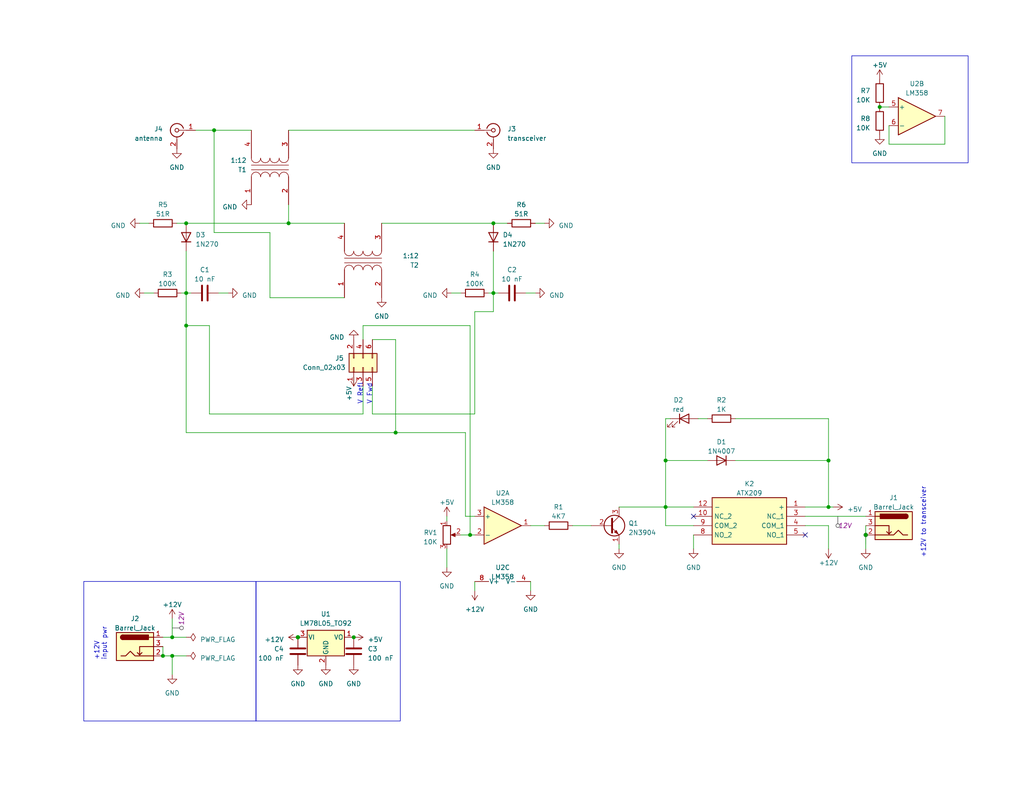
<source format=kicad_sch>
(kicad_sch (version 20230121) (generator eeschema)
  (paper "USLetter")
  (title_block (title "SWR Protector WA7GIL") (date "2023-05-27") (rev "v1.2"))
  (lib_symbols
    (symbol "ATX209:ATX209"
      (property "Reference" "K" (at 26.67 7.62 0))
      (property "Value" "ATX209" (at 26.67 5.08 0))
      (symbol "ATX209_1_1"
        (rectangle (start 5.08 2.54) (end 25.4 -10.16) (stroke (width 0.254)) (fill (type background)))
        (pin passive line (at 0 0 0) (length 5.08) (name "+") (number "1"))
        (pin passive line (at 30.48 -2.54 180) (length 5.08) (name "NC_2") (number "10"))
        (pin passive line (at 30.48 0 180) (length 5.08) (name "-") (number "12"))
        (pin passive line (at 0 -2.54 0) (length 5.08) (name "NC_1") (number "3"))
        (pin passive line (at 0 -5.08 0) (length 5.08) (name "COM_1") (number "4"))
        (pin passive line (at 0 -7.62 0) (length 5.08) (name "NO_1") (number "5"))
        (pin passive line (at 30.48 -7.62 180) (length 5.08) (name "NO_2") (number "8"))
        (pin passive line (at 30.48 -5.08 180) (length 5.08) (name "COM_2") (number "9"))
      )
    )
    (symbol "Amplifier_Operational:LM358" (pin_names (offset 0.127))
      (property "Reference" "U" (at 0 5.08 0))
      (property "Value" "LM358" (at 0 -5.08 0))
      (symbol "LM358_1_1"
        (polyline (pts (xy -5.08 5.08) (xy 5.08 0) (xy -5.08 -5.08) (xy -5.08 5.08)) (stroke (width 0.254)) (fill (type background)))
        (pin output line (at 7.62 0 180) (length 2.54) (name "~") (number "1"))
        (pin input line (at -7.62 -2.54 0) (length 2.54) (name "-") (number "2"))
        (pin input line (at -7.62 2.54 0) (length 2.54) (name "+") (number "3"))
      )
      (symbol "LM358_2_1"
        (polyline (pts (xy -5.08 5.08) (xy 5.08 0) (xy -5.08 -5.08) (xy -5.08 5.08)) (stroke (width 0.254)) (fill (type background)))
        (pin input line (at -7.62 2.54 0) (length 2.54) (name "+") (number "5"))
        (pin input line (at -7.62 -2.54 0) (length 2.54) (name "-") (number "6"))
        (pin output line (at 7.62 0 180) (length 2.54) (name "~") (number "7"))
      )
      (symbol "LM358_3_1"
        (pin power_in line (at -2.54 -7.62 90) (length 3.81) (name "V-") (number "4"))
        (pin power_in line (at -2.54 7.62 270) (length 3.81) (name "V+") (number "8"))
      )
    )
    (symbol "Connector:Barrel_Jack_Switch" (pin_names hide)
      (property "Reference" "J" (at 0 5.334 0))
      (property "Value" "Barrel_Jack_Switch" (at 0 -5.08 0))
      (symbol "Barrel_Jack_Switch_0_1"
        (rectangle (start -5.08 3.81) (end 5.08 -3.81) (stroke (width 0.254)) (fill (type background)))
        (arc (start -3.302 3.175) (mid -3.9343 2.54) (end -3.302 1.905) (stroke (width 0.254)))
        (arc (start -3.302 3.175) (mid -3.9343 2.54) (end -3.302 1.905) (stroke (width 0.254)) (fill (type outline)))
        (polyline (pts (xy 1.27 -2.286) (xy 1.905 -1.651)) (stroke (width 0.254)))
        (polyline (pts (xy 5.08 2.54) (xy 3.81 2.54)) (stroke (width 0.254)))
        (polyline (pts (xy 5.08 0) (xy 1.27 0) (xy 1.27 -2.286) (xy 0.635 -1.651)) (stroke (width 0.254)))
        (polyline (pts (xy -3.81 -2.54) (xy -2.54 -2.54) (xy -1.27 -1.27) (xy 0 -2.54) (xy 2.54 -2.54) (xy 5.08 -2.54)) (stroke (width 0.254)))
        (rectangle (start 3.683 3.175) (end -3.302 1.905) (stroke (width 0.254)) (fill (type outline)))
      )
      (symbol "Barrel_Jack_Switch_1_1"
        (pin passive line (at 7.62 2.54 180) (length 2.54) (name "~") (number "1"))
        (pin passive line (at 7.62 -2.54 180) (length 2.54) (name "~") (number "2"))
        (pin passive line (at 7.62 0 180) (length 2.54) (name "~") (number "3"))
      )
    )
    (symbol "Connector:Conn_Coaxial" (pin_names (offset 1.016) hide)
      (property "Reference" "J" (at 0.254 3.048 0))
      (property "Value" "Conn_Coaxial" (at 2.921 0 90))
      (symbol "Conn_Coaxial_0_1"
        (arc (start -1.778 -0.508) (mid 0.2311 -1.8066) (end 1.778 0) (stroke (width 0.254)))
        (polyline (pts (xy -2.54 0) (xy -0.508 0)))
        (polyline (pts (xy 0 -2.54) (xy 0 -1.778)))
        (circle (center 0 0) (radius 0.508) (stroke (width 0.2032)))
        (arc (start 1.778 0) (mid 0.2099 1.8101) (end -1.778 0.508) (stroke (width 0.254)))
      )
      (symbol "Conn_Coaxial_1_1"
        (pin passive line (at -5.08 0 0) (length 2.54) (name "In") (number "1"))
        (pin passive line (at 0 -5.08 90) (length 2.54) (name "Ext") (number "2"))
      )
    )
    (symbol "Connector_Generic:Conn_02x03_Odd_Even" (pin_names (offset 1.016) hide)
      (property "Reference" "J" (at 1.27 5.08 0))
      (property "Value" "Conn_02x03_Odd_Even" (at 1.27 -5.08 0))
      (symbol "Conn_02x03_Odd_Even_1_1"
        (rectangle (start -1.27 -2.413) (end 0 -2.667) (stroke (width 0.1524)))
        (rectangle (start -1.27 0.127) (end 0 -0.127) (stroke (width 0.1524)))
        (rectangle (start -1.27 2.667) (end 0 2.413) (stroke (width 0.1524)))
        (rectangle (start -1.27 3.81) (end 3.81 -3.81) (stroke (width 0.254)) (fill (type background)))
        (rectangle (start 3.81 -2.413) (end 2.54 -2.667) (stroke (width 0.1524)))
        (rectangle (start 3.81 0.127) (end 2.54 -0.127) (stroke (width 0.1524)))
        (rectangle (start 3.81 2.667) (end 2.54 2.413) (stroke (width 0.1524)))
        (pin passive line (at -5.08 2.54 0) (length 3.81) (name "Pin_1") (number "1"))
        (pin passive line (at 7.62 2.54 180) (length 3.81) (name "Pin_2") (number "2"))
        (pin passive line (at -5.08 0 0) (length 3.81) (name "Pin_3") (number "3"))
        (pin passive line (at 7.62 0 180) (length 3.81) (name "Pin_4") (number "4"))
        (pin passive line (at -5.08 -2.54 0) (length 3.81) (name "Pin_5") (number "5"))
        (pin passive line (at 7.62 -2.54 180) (length 3.81) (name "Pin_6") (number "6"))
      )
    )
    (symbol "Device:C" (pin_numbers hide) (pin_names (offset 0.254))
      (property "Reference" "C" (at 0.635 2.54 0))
      (property "Value" "C" (at 0.635 -2.54 0))
      (symbol "C_0_1"
        (polyline (pts (xy -2.032 -0.762) (xy 2.032 -0.762)) (stroke (width 0.508)))
        (polyline (pts (xy -2.032 0.762) (xy 2.032 0.762)) (stroke (width 0.508)))
      )
      (symbol "C_1_1"
        (pin passive line (at 0 3.81 270) (length 2.794) (name "~") (number "1"))
        (pin passive line (at 0 -3.81 90) (length 2.794) (name "~") (number "2"))
      )
    )
    (symbol "Device:D" (pin_numbers hide) (pin_names (offset 1.016) hide)
      (property "Reference" "D" (at 0 2.54 0))
      (property "Value" "D" (at 0 -2.54 0))
      (symbol "D_0_1"
        (polyline (pts (xy -1.27 1.27) (xy -1.27 -1.27)) (stroke (width 0.254)))
        (polyline (pts (xy 1.27 0) (xy -1.27 0)))
        (polyline (pts (xy 1.27 1.27) (xy 1.27 -1.27) (xy -1.27 0) (xy 1.27 1.27)) (stroke (width 0.254)))
      )
      (symbol "D_1_1"
        (pin passive line (at -3.81 0 0) (length 2.54) (name "K") (number "1"))
        (pin passive line (at 3.81 0 180) (length 2.54) (name "A") (number "2"))
      )
    )
    (symbol "Device:LED" (pin_numbers hide) (pin_names (offset 1.016) hide)
      (property "Reference" "D" (at 0 2.54 0))
      (property "Value" "LED" (at 0 -2.54 0))
      (symbol "LED_0_1"
        (polyline (pts (xy -1.27 -1.27) (xy -1.27 1.27)) (stroke (width 0.254)))
        (polyline (pts (xy -1.27 0) (xy 1.27 0)))
        (polyline (pts (xy 1.27 -1.27) (xy 1.27 1.27) (xy -1.27 0) (xy 1.27 -1.27)) (stroke (width 0.254)))
        (polyline (pts (xy -3.048 -0.762) (xy -4.572 -2.286) (xy -3.81 -2.286) (xy -4.572 -2.286) (xy -4.572 -1.524)))
        (polyline (pts (xy -1.778 -0.762) (xy -3.302 -2.286) (xy -2.54 -2.286) (xy -3.302 -2.286) (xy -3.302 -1.524)))
      )
      (symbol "LED_1_1"
        (pin passive line (at -3.81 0 0) (length 2.54) (name "K") (number "1"))
        (pin passive line (at 3.81 0 180) (length 2.54) (name "A") (number "2"))
      )
    )
    (symbol "Device:R" (pin_numbers hide) (pin_names (offset 0))
      (property "Reference" "R" (at 2.032 0 90))
      (property "Value" "R" (at 0 0 90))
      (symbol "R_0_1"
        (rectangle (start -1.016 -2.54) (end 1.016 2.54) (stroke (width 0.254)))
      )
      (symbol "R_1_1"
        (pin passive line (at 0 3.81 270) (length 1.27) (name "~") (number "1"))
        (pin passive line (at 0 -3.81 90) (length 1.27) (name "~") (number "2"))
      )
    )
    (symbol "Device:R_Potentiometer" (pin_names (offset 1.016) hide)
      (property "Reference" "RV" (at -4.445 0 90))
      (property "Value" "R_Potentiometer" (at -2.54 0 90))
      (symbol "R_Potentiometer_0_1"
        (polyline (pts (xy 2.54 0) (xy 1.524 0)))
        (polyline (pts (xy 1.143 0) (xy 2.286 0.508) (xy 2.286 -0.508) (xy 1.143 0)) (fill (type outline)))
        (rectangle (start 1.016 2.54) (end -1.016 -2.54) (stroke (width 0.254)))
      )
      (symbol "R_Potentiometer_1_1"
        (pin passive line (at 0 3.81 270) (length 1.27) (name "1") (number "1"))
        (pin passive line (at 3.81 0 180) (length 1.27) (name "2") (number "2"))
        (pin passive line (at 0 -3.81 90) (length 1.27) (name "3") (number "3"))
      )
    )
    (symbol "Device:Transformer_1P_1S" (pin_names (offset 1.016) hide)
      (property "Reference" "T" (at 0 6.35 0))
      (property "Value" "Transformer_1P_1S" (at 0 -7.62 0))
      (symbol "Transformer_1P_1S_0_1"
        (arc (start -2.54 -5.0546) (mid -1.6599 -4.6901) (end -1.27 -3.81))
        (arc (start -2.54 -2.5146) (mid -1.6599 -2.1501) (end -1.27 -1.27))
        (arc (start -2.54 0.0254) (mid -1.6599 0.3899) (end -1.27 1.27))
        (arc (start -2.54 2.5654) (mid -1.6599 2.9299) (end -1.27 3.81))
        (arc (start -1.27 -3.81) (mid -1.642 -2.912) (end -2.54 -2.54))
        (arc (start -1.27 -1.27) (mid -1.642 -0.372) (end -2.54 0))
        (arc (start -1.27 1.27) (mid -1.642 2.168) (end -2.54 2.54))
        (arc (start -1.27 3.81) (mid -1.642 4.708) (end -2.54 5.08))
        (polyline (pts (xy -0.635 5.08) (xy -0.635 -5.08)))
        (polyline (pts (xy 0.635 -5.08) (xy 0.635 5.08)))
        (arc (start 1.2954 -1.27) (mid 1.6599 -2.1501) (end 2.54 -2.5146))
        (arc (start 1.2954 1.27) (mid 1.6599 0.3899) (end 2.54 0.0254))
        (arc (start 1.2954 3.81) (mid 1.6599 2.9299) (end 2.54 2.5654))
        (arc (start 1.3208 -3.81) (mid 1.6853 -4.6901) (end 2.5654 -5.0546))
        (arc (start 2.54 0) (mid 1.642 -0.372) (end 1.2954 -1.27))
        (arc (start 2.54 2.54) (mid 1.642 2.168) (end 1.2954 1.27))
        (arc (start 2.54 5.08) (mid 1.642 4.708) (end 1.2954 3.81))
        (arc (start 2.5654 -2.54) (mid 1.6674 -2.912) (end 1.3208 -3.81))
      )
      (symbol "Transformer_1P_1S_1_1"
        (pin passive line (at -10.16 5.08 0) (length 7.62) (name "AA") (number "1"))
        (pin passive line (at -10.16 -5.08 0) (length 7.62) (name "AB") (number "2"))
        (pin passive line (at 10.16 -5.08 180) (length 7.62) (name "SA") (number "3"))
        (pin passive line (at 10.16 5.08 180) (length 7.62) (name "SB") (number "4"))
      )
    )
    (symbol "Diode:1N4007" (pin_numbers hide) (pin_names hide)
      (property "Reference" "D" (at 0 2.54 0))
      (property "Value" "1N4007" (at 0 -2.54 0))
      (symbol "1N4007_0_1"
        (polyline (pts (xy -1.27 1.27) (xy -1.27 -1.27)) (stroke (width 0.254)))
        (polyline (pts (xy 1.27 0) (xy -1.27 0)))
        (polyline (pts (xy 1.27 1.27) (xy 1.27 -1.27) (xy -1.27 0) (xy 1.27 1.27)) (stroke (width 0.254)))
      )
      (symbol "1N4007_1_1"
        (pin passive line (at -3.81 0 0) (length 2.54) (name "K") (number "1"))
        (pin passive line (at 3.81 0 180) (length 2.54) (name "A") (number "2"))
      )
    )
    (symbol "Regulator_Linear:LM78L05_TO92" (pin_names (offset 0.254))
      (property "Reference" "U" (at -3.81 3.175 0))
      (property "Value" "LM78L05_TO92" (at 0 3.175 0))
      (symbol "LM78L05_TO92_0_1"
        (rectangle (start -5.08 -5.08) (end 5.08 1.905) (stroke (width 0.254)) (fill (type background)))
      )
      (symbol "LM78L05_TO92_1_1"
        (pin power_out line (at 7.62 0 180) (length 2.54) (name "VO") (number "1"))
        (pin power_in line (at 0 -7.62 90) (length 2.54) (name "GND") (number "2"))
        (pin power_in line (at -7.62 0 0) (length 2.54) (name "VI") (number "3"))
      )
    )
    (symbol "Transistor_BJT:2N3904" (pin_names (offset 0) hide)
      (property "Reference" "Q" (at 5.08 1.905 0))
      (property "Value" "2N3904" (at 5.08 0 0))
      (symbol "2N3904_0_1"
        (polyline (pts (xy 0.635 0.635) (xy 2.54 2.54)))
        (polyline (pts (xy 0.635 -0.635) (xy 2.54 -2.54) (xy 2.54 -2.54)))
        (polyline (pts (xy 0.635 1.905) (xy 0.635 -1.905) (xy 0.635 -1.905)) (stroke (width 0.508)))
        (polyline (pts (xy 1.27 -1.778) (xy 1.778 -1.27) (xy 2.286 -2.286) (xy 1.27 -1.778) (xy 1.27 -1.778)) (fill (type outline)))
        (circle (center 1.27 0) (radius 2.8194) (stroke (width 0.254)))
      )
      (symbol "2N3904_1_1"
        (pin passive line (at 2.54 -5.08 90) (length 2.54) (name "E") (number "1"))
        (pin passive line (at -5.08 0 0) (length 5.715) (name "B") (number "2"))
        (pin passive line (at 2.54 5.08 270) (length 2.54) (name "C") (number "3"))
      )
    )
    (symbol "power:+12V" (power) (pin_names (offset 0))
      (property "Value" "+12V" (at 0 3.556 0))
      (symbol "+12V_0_1"
        (polyline (pts (xy -0.762 1.27) (xy 0 2.54)))
        (polyline (pts (xy 0 0) (xy 0 2.54)))
        (polyline (pts (xy 0 2.54) (xy 0.762 1.27)))
      )
      (symbol "+12V_1_1"
        (pin power_in line (at 0 0 90) (length 0) hide (name "+12V") (number "1"))
      )
    )
    (symbol "power:+5V" (power) (pin_names (offset 0))
      (property "Value" "+5V" (at 0 3.556 0))
      (symbol "+5V_0_1"
        (polyline (pts (xy -0.762 1.27) (xy 0 2.54)))
        (polyline (pts (xy 0 0) (xy 0 2.54)))
        (polyline (pts (xy 0 2.54) (xy 0.762 1.27)))
      )
      (symbol "+5V_1_1"
        (pin power_in line (at 0 0 90) (length 0) hide (name "+5V") (number "1"))
      )
    )
    (symbol "power:GND" (power) (pin_names (offset 0))
      (property "Value" "GND" (at 0 -3.81 0))
      (symbol "GND_0_1"
        (polyline (pts (xy 0 0) (xy 0 -1.27) (xy 1.27 -1.27) (xy 0 -2.54) (xy -1.27 -1.27) (xy 0 -1.27)))
      )
      (symbol "GND_1_1"
        (pin power_in line (at 0 0 270) (length 0) hide (name "GND") (number "1"))
      )
    )
    (symbol "power:PWR_FLAG" (power) (pin_numbers hide) (pin_names (offset 0) hide)
      (property "Value" "PWR_FLAG" (at 0 3.81 0))
      (symbol "PWR_FLAG_0_0"
        (pin power_out line (at 0 0 90) (length 0) (name "pwr") (number "1"))
      )
      (symbol "PWR_FLAG_0_1"
        (polyline (pts (xy 0 0) (xy 0 1.27) (xy -1.016 1.905) (xy 0 2.54) (xy 1.016 1.905) (xy 0 1.27)))
      )
    )
  )
  (junction (at 44.45 179.07))
  (junction (at 107.95 118.11))
  (junction (at 181.61 138.43))
  (junction (at 50.8 80.01))
  (junction (at 226.06 138.43))
  (junction (at 134.62 80.01))
  (junction (at 236.22 146.05))
  (junction (at 128.27 146.05))
  (junction (at 134.62 60.96))
  (junction (at 58.42 35.56))
  (junction (at 240.03 29.21))
  (junction (at 96.52 173.99))
  (junction (at 46.99 179.07))
  (junction (at 226.06 125.73))
  (junction (at 78.74 60.96))
  (junction (at 181.61 125.73))
  (junction (at 46.99 173.99))
  (junction (at 81.28 173.99) (diameter 1))
  (junction (at 50.8 88.9))
  (junction (at 50.8 60.96))
  (no_connect (at 189.23 140.97))
  (no_connect (at 219.71 146.05))
  (wire (pts (xy 242.57 34.29) (xy 242.57 39.37)))
  (wire (pts (xy 46.99 184.15) (xy 46.99 179.07)))
  (wire (pts (xy 50.8 80.01) (xy 50.8 88.9)))
  (wire (pts (xy 189.23 143.51) (xy 181.61 143.51)))
  (wire (pts (xy 181.61 125.73) (xy 181.61 138.43)))
  (wire (pts (xy 134.62 68.58) (xy 134.62 80.01)))
  (wire (pts (xy 44.45 173.99) (xy 46.99 173.99)))
  (wire (pts (xy 44.45 176.53) (xy 44.45 179.07)))
  (wire (pts (xy 181.61 114.3) (xy 181.61 125.73)))
  (wire (pts (xy 96.52 102.87) (xy 96.52 105.41)))
  (wire (pts (xy 50.8 80.01) (xy 52.07 80.01)))
  (wire (pts (xy 134.62 85.09) (xy 129.54 85.09)))
  (wire (pts (xy 129.54 113.03) (xy 101.6 113.03)))
  (wire (pts (xy 39.37 80.01) (xy 41.91 80.01)))
  (wire (pts (xy 134.62 60.96) (xy 138.43 60.96)))
  (wire (pts (xy 257.81 31.75) (xy 257.81 39.37)))
  (wire (pts (xy 58.42 63.5) (xy 58.42 35.56)))
  (wire (pts (xy 134.62 80.01) (xy 135.89 80.01)))
  (wire (pts (xy 107.95 92.71) (xy 107.95 118.11)))
  (wire (pts (xy 50.8 118.11) (xy 107.95 118.11)))
  (wire (pts (xy 48.26 60.96) (xy 50.8 60.96)))
  (wire (pts (xy 182.88 114.3) (xy 181.61 114.3)))
  (wire (pts (xy 49.53 80.01) (xy 50.8 80.01)))
  (wire (pts (xy 236.22 143.51) (xy 236.22 146.05)))
  (wire (pts (xy 121.92 149.86) (xy 121.92 154.94)))
  (wire (pts (xy 73.66 63.5) (xy 58.42 63.5)))
  (wire (pts (xy 53.34 35.56) (xy 58.42 35.56)))
  (wire (pts (xy 219.71 143.51) (xy 226.06 143.51)))
  (wire (pts (xy 219.71 140.97) (xy 236.22 140.97)))
  (wire (pts (xy 156.21 143.51) (xy 161.29 143.51)))
  (wire (pts (xy 57.15 88.9) (xy 57.15 113.03)))
  (wire (pts (xy 190.5 114.3) (xy 193.04 114.3)))
  (wire (pts (xy 50.8 88.9) (xy 50.8 118.11)))
  (wire (pts (xy 143.51 80.01) (xy 146.05 80.01)))
  (wire (pts (xy 50.8 60.96) (xy 78.74 60.96)))
  (wire (pts (xy 58.42 35.56) (xy 68.58 35.56)))
  (wire (pts (xy 200.66 125.73) (xy 226.06 125.73)))
  (wire (pts (xy 46.99 173.99) (xy 50.8 173.99)))
  (wire (pts (xy 50.8 68.58) (xy 50.8 80.01)))
  (wire (pts (xy 128.27 88.9) (xy 99.06 88.9)))
  (wire (pts (xy 146.05 60.96) (xy 148.59 60.96)))
  (wire (pts (xy 181.61 138.43) (xy 181.61 143.51)))
  (wire (pts (xy 99.06 88.9) (xy 99.06 92.71)))
  (wire (pts (xy 236.22 146.05) (xy 236.22 149.86)))
  (wire (pts (xy 93.98 81.28) (xy 73.66 81.28)))
  (wire (pts (xy 125.73 146.05) (xy 128.27 146.05)))
  (wire (pts (xy 107.95 118.11) (xy 127 118.11)))
  (wire (pts (xy 59.69 80.01) (xy 62.23 80.01)))
  (wire (pts (xy 181.61 138.43) (xy 189.23 138.43)))
  (wire (pts (xy 128.27 146.05) (xy 129.54 146.05)))
  (wire (pts (xy 128.27 146.05) (xy 128.27 88.9)))
  (wire (pts (xy 226.06 143.51) (xy 226.06 149.86)))
  (wire (pts (xy 104.14 60.96) (xy 134.62 60.96)))
  (wire (pts (xy 78.74 60.96) (xy 93.98 60.96)))
  (wire (pts (xy 226.06 138.43) (xy 226.06 125.73)))
  (wire (pts (xy 189.23 149.86) (xy 189.23 146.05)))
  (wire (pts (xy 101.6 105.41) (xy 101.6 113.03)))
  (wire (pts (xy 101.6 92.71) (xy 107.95 92.71)))
  (wire (pts (xy 168.91 138.43) (xy 181.61 138.43)))
  (wire (pts (xy 133.35 80.01) (xy 134.62 80.01)))
  (wire (pts (xy 134.62 80.01) (xy 134.62 85.09)))
  (wire (pts (xy 46.99 168.91) (xy 46.99 173.99)))
  (wire (pts (xy 181.61 125.73) (xy 193.04 125.73)))
  (wire (pts (xy 73.66 81.28) (xy 73.66 63.5)))
  (wire (pts (xy 50.8 88.9) (xy 57.15 88.9)))
  (wire (pts (xy 38.1 60.96) (xy 40.64 60.96)))
  (wire (pts (xy 57.15 113.03) (xy 99.06 113.03)))
  (wire (pts (xy 226.06 138.43) (xy 227.33 138.43)))
  (wire (pts (xy 226.06 125.73) (xy 226.06 114.3)))
  (wire (pts (xy 257.81 39.37) (xy 242.57 39.37)))
  (wire (pts (xy 127 140.97) (xy 129.54 140.97)))
  (wire (pts (xy 129.54 158.75) (xy 129.54 161.29)))
  (wire (pts (xy 168.91 148.59) (xy 168.91 149.86)))
  (wire (pts (xy 127 118.11) (xy 127 140.97)))
  (wire (pts (xy 78.74 35.56) (xy 129.54 35.56)))
  (wire (pts (xy 144.78 143.51) (xy 148.59 143.51)))
  (wire (pts (xy 46.99 179.07) (xy 50.8 179.07)))
  (wire (pts (xy 121.92 140.97) (xy 121.92 142.24)))
  (wire (pts (xy 99.06 113.03) (xy 99.06 105.41)))
  (wire (pts (xy 226.06 114.3) (xy 200.66 114.3)))
  (wire (pts (xy 44.45 179.07) (xy 46.99 179.07)))
  (wire (pts (xy 219.71 138.43) (xy 226.06 138.43)))
  (wire (pts (xy 78.74 55.88) (xy 78.74 60.96)))
  (wire (pts (xy 129.54 85.09) (xy 129.54 113.03)))
  (wire (pts (xy 123.19 80.01) (xy 125.73 80.01)))
  (wire (pts (xy 240.03 29.21) (xy 242.57 29.21)))
  (wire (pts (xy 144.78 158.75) (xy 144.78 161.29)))
  (rectangle (start 69.85 158.75) (end 109.22 196.85))
  (rectangle (start 232.41 15.24) (end 264.16 44.45))
  (rectangle (start 22.86 158.75) (end 69.85 196.85))
  (text "V Fwd" (at 101.6 110.49 90) (effects (font (size 1.27 1.27)) (justify left bottom)))
  (text "V Refl" (at 99.06 110.49 90) (effects (font (size 1.27 1.27)) (justify left bottom)))
  (text "+12V\ninput pwr" (at 29.21 180.34 90) (effects (font (size 1.27 1.27)) (justify left bottom)))
  (text "+12V to transceiver" (at 252.73 152.4 90) (effects (font (size 1.27 1.27)) (justify left bottom)))
  (netclass_flag "" (length 2.54) (shape round) (at 228.6 140.97 180) (property "Netclass" "12V" (at 232.41 143.51 0) (effects (font italic) (justify right))))
  (netclass_flag "" (length 2.54) (shape round) (at 46.99 171.45 270) (property "Netclass" "12V" (at 49.53 170.7515 90) (effects (font italic) (justify left))))
  (netclass_flag "" (length 2.54) (shape round) (at 236.22 148.59 0))
  (symbol (lib_id "power:GND") (at 104.14 81.28 0) (unit 1)
    (property "Reference" "#PWR022" (effects hide))
    (property "Value" "GND" (at 104.14 86.36 0))
  )
  (symbol (lib_id "power:GND") (at 46.99 184.15 0) (unit 1)
    (property "Reference" "#PWR01" (effects hide))
    (property "Value" "GND" (at 46.99 189.23 0))
  )
  (symbol (lib_id "Device:C") (at 139.7 80.01 90) (unit 1)
    (property "Reference" "C2" (at 139.7 73.66 90))
    (property "Value" "10 nF" (at 139.7 76.2 90))
    (property "Footprint" "Capacitor_THT:C_Disc_D5.0mm_W2.5mm_P5.00mm" (effects hide))
  )
  (symbol (lib_id "Device:R") (at 152.4 143.51 270) (unit 1)
    (property "Reference" "R1" (at 152.4 138.43 90))
    (property "Value" "4K7" (at 152.4 140.97 90))
    (property "Footprint" "Resistor_THT:R_Axial_DIN0207_L6.3mm_D2.5mm_P2.54mm_Vertical" (effects hide))
  )
  (symbol (lib_id "power:GND") (at 48.26 40.64 0) (unit 1)
    (property "Reference" "#PWR012" (effects hide))
    (property "Value" "GND" (at 48.26 45.72 0))
  )
  (symbol (lib_id "power:GND") (at 121.92 154.94 0) (unit 1)
    (property "Reference" "#PWR08" (effects hide))
    (property "Value" "GND" (at 121.92 160.02 0))
  )
  (symbol (lib_id "Diode:1N4007") (at 196.85 125.73 0) (mirror y) (unit 1)
    (property "Reference" "D1" (at 196.85 120.65 0))
    (property "Value" "1N4007" (at 196.85 123.19 0))
    (property "Footprint" "Diode_THT:D_DO-15_P3.81mm_Vertical_KathodeUp" (effects hide))
    (property "Datasheet" "http://www.vishay.com/docs/88503/1n4001.pdf" (effects hide))
    (property "Sim.Device" "D" (effects hide))
    (property "Sim.Pins" "1=K 2=A" (effects hide))
  )
  (symbol (lib_id "power:GND") (at 146.05 80.01 90) (mirror x) (unit 1)
    (property "Reference" "#PWR015" (effects hide))
    (property "Value" "GND" (at 149.86 80.645 90) (effects (justify right)))
  )
  (symbol (lib_id "Device:R") (at 44.45 60.96 90) (unit 1)
    (property "Reference" "R5" (at 44.45 55.88 90))
    (property "Value" "51R" (at 44.45 58.42 90))
    (property "Footprint" "Resistor_THT:R_Axial_DIN0207_L6.3mm_D2.5mm_P2.54mm_Vertical" (effects hide))
  )
  (symbol (lib_id "Regulator_Linear:LM78L05_TO92") (at 88.9 173.99 0) (unit 1)
    (property "Reference" "U1" (at 88.9 167.64 0))
    (property "Value" "LM78L05_TO92" (at 88.9 170.18 0))
    (property "Footprint" "Package_TO_SOT_THT:TO-92_Inline" (effects hide))
    (property "Datasheet" "https://www.onsemi.com/pub/Collateral/MC78L06A-D.pdf" (effects hide))
  )
  (symbol (lib_id "power:GND") (at 168.91 149.86 0) (unit 1)
    (property "Reference" "#PWR03" (effects hide))
    (property "Value" "GND" (at 168.91 154.94 0))
  )
  (symbol (lib_id "power:+5V") (at 96.52 173.99 270) (unit 1)
    (property "Reference" "#PWR09" (effects hide))
    (property "Value" "+5V" (at 100.33 174.625 90) (effects (justify left)))
  )
  (symbol (lib_id "Device:C") (at 55.88 80.01 90) (unit 1)
    (property "Reference" "C1" (at 55.88 73.66 90))
    (property "Value" "10 nF" (at 55.88 76.2 90))
    (property "Footprint" "Capacitor_THT:C_Disc_D5.0mm_W2.5mm_P5.00mm" (effects hide))
  )
  (symbol (lib_id "Device:D") (at 50.8 64.77 90) (unit 1)
    (property "Reference" "D3" (at 53.34 64.135 90) (effects (justify right)))
    (property "Value" "1N270" (at 53.34 66.675 90) (effects (justify right)))
    (property "Footprint" "Diode_THT:D_DO-15_P3.81mm_Vertical_KathodeUp" (effects hide))
    (property "Sim.Device" "D" (effects hide))
    (property "Sim.Pins" "1=K 2=A" (effects hide))
  )
  (symbol (lib_id "power:GND") (at 38.1 60.96 270) (unit 1)
    (property "Reference" "#PWR018" (effects hide))
    (property "Value" "GND" (at 34.29 61.595 90) (effects (justify right)))
  )
  (symbol (lib_id "Connector_Generic:Conn_02x03_Odd_Even") (at 99.06 100.33 90) (unit 1)
    (property "Reference" "J5" (at 91.44 97.79 90) (effects (justify right)))
    (property "Value" "Conn_02x03" (at 82.55 100.33 90) (effects (justify right)))
    (property "Footprint" "Connector_PinHeader_2.54mm:PinHeader_2x03_P2.54mm_Vertical" (effects hide))
  )
  (symbol (lib_id "power:+12V") (at 46.99 168.91 0) (unit 1)
    (property "Reference" "#PWR06" (effects hide))
    (property "Value" "+12V" (at 46.99 165.1 0))
  )
  (symbol (lib_id "Device:Transformer_1P_1S") (at 99.06 71.12 90) (unit 1)
    (property "Reference" "T2" (at 114.3 72.39 90) (effects (justify left)))
    (property "Value" "1:12" (at 114.3 69.85 90) (effects (justify left)))
    (property "Footprint" "FT37-43:FT37-43-TRANSFORMER" (effects hide))
  )
  (symbol (lib_id "Device:D") (at 134.62 64.77 90) (unit 1)
    (property "Reference" "D4" (at 137.16 64.135 90) (effects (justify right)))
    (property "Value" "1N270" (at 137.16 66.675 90) (effects (justify right)))
    (property "Footprint" "Diode_THT:D_DO-15_P3.81mm_Vertical_KathodeUp" (effects hide))
    (property "Sim.Device" "D" (effects hide))
    (property "Sim.Pins" "1=K 2=A" (effects hide))
  )
  (symbol (lib_id "power:+5V") (at 227.33 138.43 270) (unit 1)
    (property "Reference" "#PWR07" (effects hide))
    (property "Value" "+5V" (at 231.14 139.065 90) (effects (justify left)))
  )
  (symbol (lib_id "Connector:Conn_Coaxial") (at 134.62 35.56 0) (unit 1)
    (property "Reference" "J3" (at 138.43 35.2182 0) (effects (justify left)))
    (property "Value" "transceiver" (at 138.43 37.7582 0) (effects (justify left)))
    (property "Footprint" "Connector_Coaxial:BNC_Amphenol_B6252HB-NPP3G-50_Horizontal" (effects hide))
    (property "Datasheet" " ~" (effects hide))
  )
  (symbol (lib_id "Amplifier_Operational:LM358") (at 250.19 31.75 0) (unit 2)
    (property "Reference" "U2" (at 250.19 22.86 0))
    (property "Value" "LM358" (at 250.19 25.4 0))
    (property "Footprint" "LM358:ON_Semiconductor-626-05-04_2015-P-MFG" (effects hide))
    (property "Datasheet" "http://www.ti.com/lit/ds/symlink/lm2904-n.pdf" (effects hide))
  )
  (symbol (lib_id "power:+5V") (at 240.03 21.59 0) (unit 1)
    (property "Reference" "#PWR025" (effects hide))
    (property "Value" "+5V" (at 240.03 17.78 0))
  )
  (symbol (lib_id "Device:R_Potentiometer") (at 121.92 146.05 0) (unit 1)
    (property "Reference" "RV1" (at 119.38 145.415 0) (effects (justify right)))
    (property "Value" "10K" (at 119.38 147.955 0) (effects (justify right)))
    (property "Footprint" "Potentiometer_THT:Potentiometer_Bourns_3266Y_Vertical" (effects hide))
  )
  (symbol (lib_id "Connector:Barrel_Jack_Switch") (at 243.84 143.51 0) (mirror y) (unit 1)
    (property "Reference" "J1" (at 243.84 135.89 0))
    (property "Value" "Barrel_Jack" (at 243.84 138.43 0))
    (property "Footprint" "Connector_BarrelJack:BarrelJack_Horizontal" (effects hide))
  )
  (symbol (lib_id "Device:R") (at 142.24 60.96 90) (unit 1)
    (property "Reference" "R6" (at 142.24 55.88 90))
    (property "Value" "51R" (at 142.24 58.42 90))
    (property "Footprint" "Resistor_THT:R_Axial_DIN0207_L6.3mm_D2.5mm_P2.54mm_Vertical" (effects hide))
  )
  (symbol (lib_id "Device:Transformer_1P_1S") (at 73.66 45.72 90) (unit 1)
    (property "Reference" "T1" (at 67.31 46.3423 90) (effects (justify left)))
    (property "Value" "1:12" (at 67.31 43.8023 90) (effects (justify left)))
    (property "Footprint" "FT37-43:FT37-43-TRANSFORMER" (effects hide))
  )
  (symbol (lib_id "Connector:Barrel_Jack_Switch") (at 36.83 176.53 0) (unit 1)
    (property "Reference" "J2" (at 36.83 168.91 0))
    (property "Value" "Barrel_Jack" (at 36.83 171.45 0))
    (property "Footprint" "Connector_BarrelJack:BarrelJack_Horizontal" (effects hide))
  )
  (symbol (lib_id "power:GND") (at 123.19 80.01 270) (unit 1)
    (property "Reference" "#PWR014" (effects hide))
    (property "Value" "GND" (at 119.38 80.645 90) (effects (justify right)))
  )
  (symbol (lib_id "Transistor_BJT:2N3904") (at 166.37 143.51 0) (unit 1)
    (property "Reference" "Q1" (at 171.45 142.875 0) (effects (justify left)))
    (property "Value" "2N3904" (at 171.45 145.415 0) (effects (justify left)))
    (property "Footprint" "Package_TO_SOT_THT:TO-92_Inline" (effects hide))
    (property "Datasheet" "https://www.onsemi.com/pub/Collateral/2N3903-D.PDF" (effects hide))
  )
  (symbol (lib_id "power:GND") (at 236.22 149.86 0) (unit 1)
    (property "Reference" "#PWR05" (effects hide))
    (property "Value" "GND" (at 236.22 154.94 0))
  )
  (symbol (lib_id "Device:C") (at 81.28 177.8 0) (mirror y) (unit 1)
    (property "Reference" "C4" (at 77.47 177.165 0) (effects (justify left)))
    (property "Value" "100 nF" (at 77.47 179.705 0) (effects (justify left)))
    (property "Footprint" "Capacitor_THT:C_Disc_D5.0mm_W2.5mm_P5.00mm" (effects hide))
  )
  (symbol (lib_id "Device:R") (at 45.72 80.01 90) (unit 1)
    (property "Reference" "R3" (at 45.72 74.93 90))
    (property "Value" "100K" (at 45.72 77.47 90))
    (property "Footprint" "Resistor_THT:R_Axial_DIN0207_L6.3mm_D2.5mm_P2.54mm_Vertical" (effects hide))
  )
  (symbol (lib_id "power:GND") (at 96.52 92.71 0) (mirror x) (unit 1)
    (property "Reference" "#PWR030" (effects hide))
    (property "Value" "GND" (at 93.98 92.075 0) (effects (justify right)))
  )
  (symbol (lib_id "power:GND") (at 68.58 55.88 270) (unit 1)
    (property "Reference" "#PWR021" (effects hide))
    (property "Value" "GND" (at 64.77 56.515 90) (effects (justify right)))
  )
  (symbol (lib_id "Device:R") (at 196.85 114.3 270) (unit 1)
    (property "Reference" "R2" (at 196.85 109.22 90))
    (property "Value" "1K" (at 196.85 111.76 90))
    (property "Footprint" "Resistor_THT:R_Axial_DIN0207_L6.3mm_D2.5mm_P2.54mm_Vertical" (effects hide))
  )
  (symbol (lib_id "Device:LED") (at 186.69 114.3 0) (unit 1)
    (property "Reference" "D2" (at 185.1025 109.22 0))
    (property "Value" "red" (at 185.1025 111.76 0))
    (property "Footprint" "LED_THT:LED_D5.0mm_Horizontal_O1.27mm_Z9.0mm" (effects hide))
  )
  (symbol (lib_id "power:GND") (at 148.59 60.96 90) (unit 1)
    (property "Reference" "#PWR017" (effects hide))
    (property "Value" "GND" (at 152.4 61.595 90) (effects (justify right)))
  )
  (symbol (lib_id "Device:R") (at 240.03 33.02 0) (mirror y) (unit 1)
    (property "Reference" "R8" (at 237.49 32.385 0) (effects (justify left)))
    (property "Value" "10K" (at 237.49 34.925 0) (effects (justify left)))
    (property "Footprint" "Resistor_THT:R_Axial_DIN0207_L6.3mm_D2.5mm_P2.54mm_Vertical" (effects hide))
  )
  (symbol (lib_id "power:GND") (at 96.52 181.61 0) (unit 1)
    (property "Reference" "#PWR027" (effects hide))
    (property "Value" "GND" (at 96.52 186.69 0))
  )
  (symbol (lib_id "Connector:Conn_Coaxial") (at 48.26 35.56 0) (mirror y) (unit 1)
    (property "Reference" "J4" (at 44.45 35.2182 0) (effects (justify left)))
    (property "Value" "antenna" (at 44.45 37.7582 0) (effects (justify left)))
    (property "Footprint" "Connector_Coaxial:BNC_Amphenol_B6252HB-NPP3G-50_Horizontal" (effects hide))
    (property "Datasheet" " ~" (effects hide))
  )
  (symbol (lib_id "power:+5V") (at 121.92 140.97 0) (unit 1)
    (property "Reference" "#PWR024" (effects hide))
    (property "Value" "+5V" (at 121.92 137.16 0))
  )
  (symbol (lib_id "ATX209:ATX209") (at 219.71 138.43 0) (mirror y) (unit 1)
    (property "Reference" "K2" (at 204.47 132.08 0))
    (property "Value" "ATX209" (at 204.47 134.62 0))
    (property "Footprint" "ATX209:ATX209" (effects hide))
    (property "Datasheet" "https://pdf1.alldatasheet.com/datasheet-pdf/view/117941/NAIS/TX2-5V.html" (effects hide))
    (property "Height" "8.2" (effects hide))
    (property "Manufacturer_Name" "Panasonic" (effects hide))
    (property "Manufacturer_Part_Number" "ATX209" (effects hide))
  )
  (symbol (lib_id "power:+12V") (at 226.06 149.86 0) (mirror x) (unit 1)
    (property "Reference" "#PWR04" (effects hide))
    (property "Value" "+12V" (at 226.06 153.67 0))
  )
  (symbol (lib_id "power:GND") (at 81.28 181.61 0) (unit 1)
    (property "Reference" "#PWR028" (effects hide))
    (property "Value" "GND" (at 81.28 186.69 0))
  )
  (symbol (lib_id "power:+12V") (at 129.54 161.29 180) (unit 1)
    (property "Reference" "#PWR031" (effects hide))
    (property "Value" "+12V" (at 129.54 166.37 0))
  )
  (symbol (lib_id "Device:R") (at 240.03 25.4 0) (mirror y) (unit 1)
    (property "Reference" "R7" (at 237.49 24.765 0) (effects (justify left)))
    (property "Value" "10K" (at 237.49 27.305 0) (effects (justify left)))
    (property "Footprint" "Resistor_THT:R_Axial_DIN0207_L6.3mm_D2.5mm_P2.54mm_Vertical" (effects hide))
  )
  (symbol (lib_id "power:GND") (at 39.37 80.01 270) (unit 1)
    (property "Reference" "#PWR013" (effects hide))
    (property "Value" "GND" (at 35.56 80.645 90) (effects (justify right)))
  )
  (symbol (lib_id "power:+12V") (at 81.28 173.99 90) (unit 1)
    (property "Reference" "#PWR011" (effects hide))
    (property "Value" "+12V" (at 77.47 174.625 90) (effects (justify left)))
  )
  (symbol (lib_id "power:PWR_FLAG") (at 50.8 173.99 270) (unit 1)
    (property "Reference" "#FLG01" (effects hide))
    (property "Value" "PWR_FLAG" (at 54.61 174.625 90) (effects (justify left)))
  )
  (symbol (lib_id "power:GND") (at 62.23 80.01 90) (mirror x) (unit 1)
    (property "Reference" "#PWR016" (effects hide))
    (property "Value" "GND" (at 66.04 80.645 90) (effects (justify right)))
  )
  (symbol (lib_id "Amplifier_Operational:LM358") (at 137.16 161.29 90) (mirror x) (unit 3)
    (property "Reference" "U2" (at 137.16 154.94 90))
    (property "Value" "LM358" (at 137.16 157.48 90))
    (property "Footprint" "LM358:ON_Semiconductor-626-05-04_2015-P-MFG" (effects hide))
    (property "Datasheet" "http://www.ti.com/lit/ds/symlink/lm2904-n.pdf" (effects hide))
  )
  (symbol (lib_id "Amplifier_Operational:LM358") (at 137.16 143.51 0) (unit 1)
    (property "Reference" "U2" (at 137.16 134.62 0))
    (property "Value" "LM358" (at 137.16 137.16 0))
    (property "Footprint" "LM358:ON_Semiconductor-626-05-04_2015-P-MFG" (effects hide))
    (property "Datasheet" "http://www.ti.com/lit/ds/symlink/lm2904-n.pdf" (effects hide))
  )
  (symbol (lib_id "power:GND") (at 144.78 161.29 0) (unit 1)
    (property "Reference" "#PWR019" (effects hide))
    (property "Value" "GND" (at 144.78 166.37 0))
  )
  (symbol (lib_id "power:+5V") (at 96.52 102.87 0) (mirror x) (unit 1)
    (property "Reference" "#PWR029" (effects hide))
    (property "Value" "+5V" (at 95.25 105.41 90) (effects (justify left)))
  )
  (symbol (lib_id "power:GND") (at 189.23 149.86 0) (unit 1)
    (property "Reference" "#PWR023" (effects hide))
    (property "Value" "GND" (at 189.23 154.94 0))
  )
  (symbol (lib_id "Device:C") (at 96.52 177.8 0) (unit 1)
    (property "Reference" "C3" (at 100.33 177.165 0) (effects (justify left)))
    (property "Value" "100 nF" (at 100.33 179.705 0) (effects (justify left)))
    (property "Footprint" "Capacitor_THT:C_Disc_D5.0mm_W2.5mm_P5.00mm" (effects hide))
  )
  (symbol (lib_id "power:GND") (at 88.9 181.61 0) (unit 1)
    (property "Reference" "#PWR02" (effects hide))
    (property "Value" "GND" (at 88.9 186.69 0))
  )
  (symbol (lib_id "power:GND") (at 134.62 40.64 0) (unit 1)
    (property "Reference" "#PWR010" (effects hide))
    (property "Value" "GND" (at 134.62 45.72 0))
  )
  (symbol (lib_id "power:PWR_FLAG") (at 50.8 179.07 270) (unit 1)
    (property "Reference" "#FLG02" (effects hide))
    (property "Value" "PWR_FLAG" (at 54.61 179.705 90) (effects (justify left)))
  )
  (symbol (lib_id "Device:R") (at 129.54 80.01 90) (unit 1)
    (property "Reference" "R4" (at 129.54 74.93 90))
    (property "Value" "100K" (at 129.54 77.47 90))
    (property "Footprint" "Resistor_THT:R_Axial_DIN0207_L6.3mm_D2.5mm_P2.54mm_Vertical" (effects hide))
  )
  (symbol (lib_id "power:GND") (at 240.03 36.83 0) (unit 1)
    (property "Reference" "#PWR026" (effects hide))
    (property "Value" "GND" (at 240.03 41.91 0))
  )
)
</source>
